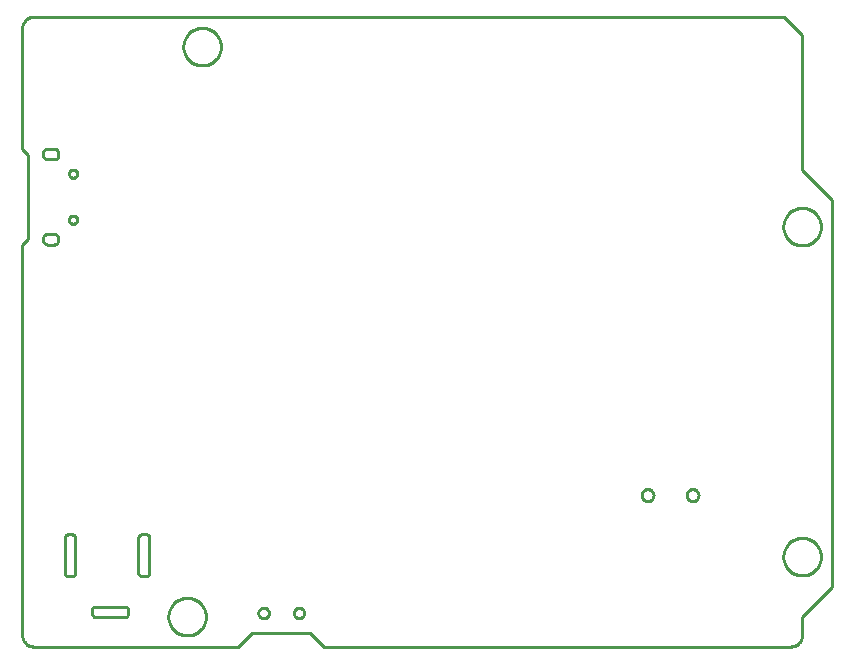
<source format=gbr>
G04 EAGLE Gerber RS-274X export*
G75*
%MOMM*%
%FSLAX34Y34*%
%LPD*%
%IN*%
%IPPOS*%
%AMOC8*
5,1,8,0,0,1.08239X$1,22.5*%
G01*
%ADD10C,0.254000*%


D10*
X-254Y158750D02*
X0Y149860D01*
X0Y10000D01*
X38Y9128D01*
X152Y8264D01*
X341Y7412D01*
X603Y6580D01*
X937Y5774D01*
X1340Y5000D01*
X1808Y4264D01*
X2340Y3572D01*
X2929Y2929D01*
X3572Y2340D01*
X4264Y1808D01*
X5000Y1340D01*
X5774Y937D01*
X6580Y603D01*
X7412Y341D01*
X8264Y152D01*
X9128Y38D01*
X10000Y0D01*
X182880Y0D01*
X194310Y11430D01*
X243840Y11430D01*
X255270Y0D01*
X650400Y0D01*
X651272Y38D01*
X652136Y152D01*
X652988Y341D01*
X653820Y603D01*
X654626Y937D01*
X655400Y1340D01*
X656136Y1808D01*
X656828Y2340D01*
X657471Y2929D01*
X658060Y3572D01*
X658592Y4264D01*
X659060Y5000D01*
X659463Y5774D01*
X659797Y6580D01*
X660059Y7412D01*
X660248Y8264D01*
X660362Y9128D01*
X660400Y10000D01*
X660400Y25400D01*
X685800Y50800D01*
X685800Y378460D01*
X660400Y403860D01*
X660400Y518160D01*
X645160Y533400D01*
X10000Y533400D01*
X9128Y533362D01*
X8264Y533248D01*
X7412Y533059D01*
X6580Y532797D01*
X5774Y532463D01*
X5000Y532060D01*
X4264Y531592D01*
X3572Y531060D01*
X2929Y530471D01*
X2340Y529828D01*
X1808Y529136D01*
X1340Y528400D01*
X937Y527626D01*
X603Y526820D01*
X341Y525988D01*
X152Y525136D01*
X38Y524272D01*
X0Y523400D01*
X0Y421640D01*
X5080Y416560D01*
X5080Y345440D01*
X0Y340360D01*
X0Y224790D01*
X-254Y208280D01*
X-254Y158750D01*
X59480Y27478D02*
X59490Y27260D01*
X59518Y27044D01*
X59565Y26831D01*
X59631Y26623D01*
X59714Y26421D01*
X59815Y26228D01*
X59932Y26044D01*
X60065Y25871D01*
X60212Y25710D01*
X60373Y25563D01*
X60546Y25430D01*
X60730Y25313D01*
X60923Y25212D01*
X61125Y25129D01*
X61333Y25063D01*
X61546Y25016D01*
X61762Y24988D01*
X61980Y24978D01*
X86980Y24978D01*
X87198Y24988D01*
X87414Y25016D01*
X87627Y25063D01*
X87835Y25129D01*
X88037Y25212D01*
X88230Y25313D01*
X88414Y25430D01*
X88587Y25563D01*
X88748Y25710D01*
X88895Y25871D01*
X89028Y26044D01*
X89145Y26228D01*
X89246Y26421D01*
X89329Y26623D01*
X89395Y26831D01*
X89442Y27044D01*
X89471Y27260D01*
X89480Y27478D01*
X89480Y31970D01*
X89438Y32175D01*
X89378Y32376D01*
X89301Y32571D01*
X89207Y32759D01*
X89097Y32937D01*
X88972Y33105D01*
X88832Y33262D01*
X88680Y33406D01*
X88516Y33536D01*
X88340Y33652D01*
X88156Y33751D01*
X87964Y33835D01*
X87765Y33901D01*
X87561Y33949D01*
X87353Y33980D01*
X87144Y33992D01*
X86934Y33986D01*
X86726Y33962D01*
X61726Y33962D01*
X61541Y33965D01*
X61356Y33952D01*
X61173Y33923D01*
X60994Y33878D01*
X60819Y33817D01*
X60650Y33742D01*
X60488Y33652D01*
X60334Y33548D01*
X60190Y33431D01*
X60057Y33302D01*
X59936Y33162D01*
X59827Y33013D01*
X59732Y32854D01*
X59651Y32687D01*
X59585Y32514D01*
X59534Y32336D01*
X59499Y32154D01*
X59480Y31970D01*
X59480Y27478D01*
X98488Y62470D02*
X98474Y62273D01*
X98478Y62076D01*
X98499Y61880D01*
X98537Y61687D01*
X98591Y61497D01*
X98662Y61313D01*
X98749Y61136D01*
X98850Y60967D01*
X98966Y60807D01*
X99096Y60659D01*
X99238Y60522D01*
X99391Y60398D01*
X99555Y60288D01*
X99727Y60192D01*
X99907Y60112D01*
X100094Y60048D01*
X100285Y60001D01*
X100480Y59970D01*
X105480Y59970D01*
X105675Y60001D01*
X105866Y60048D01*
X106053Y60112D01*
X106233Y60192D01*
X106405Y60288D01*
X106569Y60398D01*
X106722Y60522D01*
X106864Y60659D01*
X106994Y60807D01*
X107110Y60967D01*
X107212Y61136D01*
X107298Y61313D01*
X107369Y61497D01*
X107423Y61687D01*
X107461Y61880D01*
X107482Y62076D01*
X107486Y62273D01*
X107472Y62470D01*
X107472Y92470D01*
X107486Y92667D01*
X107482Y92864D01*
X107461Y93060D01*
X107423Y93254D01*
X107369Y93443D01*
X107298Y93627D01*
X107212Y93804D01*
X107110Y93973D01*
X106994Y94133D01*
X106864Y94281D01*
X106722Y94418D01*
X106569Y94542D01*
X106405Y94652D01*
X106233Y94748D01*
X106053Y94828D01*
X105866Y94892D01*
X105675Y94939D01*
X105480Y94970D01*
X100480Y94970D01*
X100285Y94939D01*
X100094Y94892D01*
X99907Y94828D01*
X99727Y94748D01*
X99555Y94652D01*
X99391Y94542D01*
X99238Y94418D01*
X99096Y94281D01*
X98966Y94133D01*
X98850Y93973D01*
X98749Y93804D01*
X98662Y93627D01*
X98591Y93443D01*
X98537Y93254D01*
X98499Y93060D01*
X98478Y92864D01*
X98474Y92667D01*
X98488Y92470D01*
X98488Y62470D01*
X35988Y62470D02*
X35998Y62252D01*
X36026Y62036D01*
X36073Y61823D01*
X36139Y61615D01*
X36222Y61413D01*
X36323Y61220D01*
X36440Y61036D01*
X36573Y60863D01*
X36720Y60702D01*
X36881Y60555D01*
X37054Y60422D01*
X37238Y60305D01*
X37431Y60204D01*
X37633Y60121D01*
X37841Y60055D01*
X38054Y60008D01*
X38270Y59980D01*
X38488Y59970D01*
X42472Y59970D01*
X42690Y59980D01*
X42906Y60008D01*
X43119Y60055D01*
X43327Y60121D01*
X43529Y60204D01*
X43722Y60305D01*
X43906Y60422D01*
X44079Y60555D01*
X44240Y60702D01*
X44387Y60863D01*
X44520Y61036D01*
X44637Y61220D01*
X44738Y61413D01*
X44821Y61615D01*
X44887Y61823D01*
X44934Y62036D01*
X44963Y62252D01*
X44972Y62470D01*
X44972Y92470D01*
X44963Y92688D01*
X44934Y92904D01*
X44887Y93117D01*
X44821Y93325D01*
X44738Y93527D01*
X44637Y93720D01*
X44520Y93904D01*
X44387Y94077D01*
X44240Y94238D01*
X44079Y94385D01*
X43906Y94518D01*
X43722Y94635D01*
X43529Y94736D01*
X43327Y94819D01*
X43119Y94885D01*
X42906Y94932D01*
X42690Y94961D01*
X42472Y94970D01*
X38488Y94970D01*
X38270Y94961D01*
X38054Y94932D01*
X37841Y94885D01*
X37633Y94819D01*
X37431Y94736D01*
X37238Y94635D01*
X37054Y94518D01*
X36881Y94385D01*
X36720Y94238D01*
X36573Y94077D01*
X36440Y93904D01*
X36323Y93720D01*
X36222Y93527D01*
X36139Y93325D01*
X36073Y93117D01*
X36026Y92904D01*
X35998Y92688D01*
X35988Y92470D01*
X35988Y62470D01*
X17680Y345000D02*
X17652Y344649D01*
X17654Y344298D01*
X17687Y343948D01*
X17750Y343602D01*
X17843Y343263D01*
X17966Y342933D01*
X18117Y342615D01*
X18294Y342312D01*
X18498Y342025D01*
X18726Y341757D01*
X18976Y341510D01*
X19247Y341286D01*
X19536Y341086D01*
X19842Y340912D01*
X20162Y340766D01*
X20493Y340648D01*
X20833Y340559D01*
X21180Y340500D01*
X27180Y340500D01*
X27527Y340559D01*
X27867Y340648D01*
X28198Y340766D01*
X28518Y340912D01*
X28824Y341086D01*
X29113Y341286D01*
X29384Y341510D01*
X29634Y341757D01*
X29862Y342025D01*
X30066Y342312D01*
X30243Y342615D01*
X30394Y342933D01*
X30517Y343263D01*
X30610Y343602D01*
X30673Y343948D01*
X30706Y344298D01*
X30708Y344649D01*
X30680Y345000D01*
X30708Y345351D01*
X30706Y345702D01*
X30673Y346052D01*
X30610Y346398D01*
X30517Y346737D01*
X30394Y347067D01*
X30243Y347385D01*
X30066Y347688D01*
X29862Y347975D01*
X29634Y348243D01*
X29384Y348490D01*
X29113Y348714D01*
X28824Y348914D01*
X28518Y349088D01*
X28198Y349234D01*
X27867Y349352D01*
X27527Y349441D01*
X27180Y349500D01*
X21180Y349500D01*
X20833Y349441D01*
X20493Y349352D01*
X20162Y349234D01*
X19842Y349088D01*
X19536Y348914D01*
X19247Y348714D01*
X18976Y348490D01*
X18726Y348243D01*
X18498Y347975D01*
X18294Y347688D01*
X18117Y347385D01*
X17966Y347067D01*
X17843Y346737D01*
X17750Y346398D01*
X17687Y346052D01*
X17654Y345702D01*
X17652Y345351D01*
X17680Y345000D01*
X17680Y416000D02*
X17716Y415674D01*
X17780Y415353D01*
X17872Y415038D01*
X17992Y414733D01*
X18137Y414439D01*
X18307Y414159D01*
X18502Y413894D01*
X18718Y413648D01*
X18955Y413422D01*
X19211Y413217D01*
X19484Y413035D01*
X19772Y412877D01*
X20072Y412746D01*
X20382Y412641D01*
X20701Y412563D01*
X21025Y412514D01*
X21352Y412492D01*
X21680Y412500D01*
X27180Y412500D01*
X27485Y412513D01*
X27788Y412553D01*
X28086Y412619D01*
X28377Y412711D01*
X28659Y412828D01*
X28930Y412969D01*
X29188Y413133D01*
X29430Y413319D01*
X29655Y413525D01*
X29861Y413750D01*
X30047Y413992D01*
X30211Y414250D01*
X30352Y414521D01*
X30469Y414803D01*
X30561Y415094D01*
X30627Y415392D01*
X30667Y415695D01*
X30680Y416000D01*
X30680Y418000D01*
X30667Y418305D01*
X30627Y418608D01*
X30561Y418906D01*
X30469Y419197D01*
X30352Y419479D01*
X30211Y419750D01*
X30047Y420008D01*
X29861Y420250D01*
X29655Y420475D01*
X29430Y420681D01*
X29188Y420867D01*
X28930Y421031D01*
X28659Y421172D01*
X28377Y421289D01*
X28086Y421381D01*
X27788Y421447D01*
X27485Y421487D01*
X27180Y421500D01*
X21680Y421500D01*
X21352Y421508D01*
X21025Y421486D01*
X20701Y421437D01*
X20382Y421359D01*
X20072Y421254D01*
X19772Y421123D01*
X19484Y420965D01*
X19211Y420783D01*
X18955Y420578D01*
X18718Y420352D01*
X18502Y420106D01*
X18307Y419842D01*
X18137Y419561D01*
X17992Y419268D01*
X17872Y418962D01*
X17780Y418647D01*
X17716Y418326D01*
X17680Y418000D01*
X17680Y416000D01*
X676275Y355080D02*
X676207Y354043D01*
X676071Y353013D01*
X675869Y351993D01*
X675600Y350989D01*
X675265Y350005D01*
X674868Y349045D01*
X674408Y348113D01*
X673888Y347212D01*
X673311Y346348D01*
X672678Y345524D01*
X671993Y344742D01*
X671258Y344007D01*
X670476Y343322D01*
X669652Y342689D01*
X668788Y342112D01*
X667887Y341592D01*
X666955Y341132D01*
X665995Y340735D01*
X665011Y340400D01*
X664007Y340131D01*
X662987Y339929D01*
X661957Y339793D01*
X660920Y339725D01*
X659880Y339725D01*
X658843Y339793D01*
X657813Y339929D01*
X656793Y340131D01*
X655789Y340400D01*
X654805Y340735D01*
X653845Y341132D01*
X652913Y341592D01*
X652012Y342112D01*
X651148Y342689D01*
X650324Y343322D01*
X649542Y344007D01*
X648807Y344742D01*
X648122Y345524D01*
X647489Y346348D01*
X646912Y347212D01*
X646392Y348113D01*
X645932Y349045D01*
X645535Y350005D01*
X645200Y350989D01*
X644931Y351993D01*
X644729Y353013D01*
X644593Y354043D01*
X644525Y355080D01*
X644525Y356120D01*
X644593Y357157D01*
X644729Y358187D01*
X644931Y359207D01*
X645200Y360211D01*
X645535Y361195D01*
X645932Y362155D01*
X646392Y363087D01*
X646912Y363988D01*
X647489Y364852D01*
X648122Y365676D01*
X648807Y366458D01*
X649542Y367193D01*
X650324Y367878D01*
X651148Y368511D01*
X652012Y369088D01*
X652913Y369608D01*
X653845Y370068D01*
X654805Y370465D01*
X655789Y370800D01*
X656793Y371069D01*
X657813Y371271D01*
X658843Y371407D01*
X659880Y371475D01*
X660920Y371475D01*
X661957Y371407D01*
X662987Y371271D01*
X664007Y371069D01*
X665011Y370800D01*
X665995Y370465D01*
X666955Y370068D01*
X667887Y369608D01*
X668788Y369088D01*
X669652Y368511D01*
X670476Y367878D01*
X671258Y367193D01*
X671993Y366458D01*
X672678Y365676D01*
X673311Y364852D01*
X673888Y363988D01*
X674408Y363087D01*
X674868Y362155D01*
X675265Y361195D01*
X675600Y360211D01*
X675869Y359207D01*
X676071Y358187D01*
X676207Y357157D01*
X676275Y356120D01*
X676275Y355080D01*
X676275Y75680D02*
X676207Y74643D01*
X676071Y73613D01*
X675869Y72593D01*
X675600Y71589D01*
X675265Y70605D01*
X674868Y69645D01*
X674408Y68713D01*
X673888Y67812D01*
X673311Y66948D01*
X672678Y66124D01*
X671993Y65342D01*
X671258Y64607D01*
X670476Y63922D01*
X669652Y63289D01*
X668788Y62712D01*
X667887Y62192D01*
X666955Y61732D01*
X665995Y61335D01*
X665011Y61000D01*
X664007Y60731D01*
X662987Y60529D01*
X661957Y60393D01*
X660920Y60325D01*
X659880Y60325D01*
X658843Y60393D01*
X657813Y60529D01*
X656793Y60731D01*
X655789Y61000D01*
X654805Y61335D01*
X653845Y61732D01*
X652913Y62192D01*
X652012Y62712D01*
X651148Y63289D01*
X650324Y63922D01*
X649542Y64607D01*
X648807Y65342D01*
X648122Y66124D01*
X647489Y66948D01*
X646912Y67812D01*
X646392Y68713D01*
X645932Y69645D01*
X645535Y70605D01*
X645200Y71589D01*
X644931Y72593D01*
X644729Y73613D01*
X644593Y74643D01*
X644525Y75680D01*
X644525Y76720D01*
X644593Y77757D01*
X644729Y78787D01*
X644931Y79807D01*
X645200Y80811D01*
X645535Y81795D01*
X645932Y82755D01*
X646392Y83687D01*
X646912Y84588D01*
X647489Y85452D01*
X648122Y86276D01*
X648807Y87058D01*
X649542Y87793D01*
X650324Y88478D01*
X651148Y89111D01*
X652012Y89688D01*
X652913Y90208D01*
X653845Y90668D01*
X654805Y91065D01*
X655789Y91400D01*
X656793Y91669D01*
X657813Y91871D01*
X658843Y92007D01*
X659880Y92075D01*
X660920Y92075D01*
X661957Y92007D01*
X662987Y91871D01*
X664007Y91669D01*
X665011Y91400D01*
X665995Y91065D01*
X666955Y90668D01*
X667887Y90208D01*
X668788Y89688D01*
X669652Y89111D01*
X670476Y88478D01*
X671258Y87793D01*
X671993Y87058D01*
X672678Y86276D01*
X673311Y85452D01*
X673888Y84588D01*
X674408Y83687D01*
X674868Y82755D01*
X675265Y81795D01*
X675600Y80811D01*
X675869Y79807D01*
X676071Y78787D01*
X676207Y77757D01*
X676275Y76720D01*
X676275Y75680D01*
X168275Y507480D02*
X168207Y506443D01*
X168071Y505413D01*
X167869Y504393D01*
X167600Y503389D01*
X167265Y502405D01*
X166868Y501445D01*
X166408Y500513D01*
X165888Y499612D01*
X165311Y498748D01*
X164678Y497924D01*
X163993Y497142D01*
X163258Y496407D01*
X162476Y495722D01*
X161652Y495089D01*
X160788Y494512D01*
X159887Y493992D01*
X158955Y493532D01*
X157995Y493135D01*
X157011Y492800D01*
X156007Y492531D01*
X154987Y492329D01*
X153957Y492193D01*
X152920Y492125D01*
X151880Y492125D01*
X150843Y492193D01*
X149813Y492329D01*
X148793Y492531D01*
X147789Y492800D01*
X146805Y493135D01*
X145845Y493532D01*
X144913Y493992D01*
X144012Y494512D01*
X143148Y495089D01*
X142324Y495722D01*
X141542Y496407D01*
X140807Y497142D01*
X140122Y497924D01*
X139489Y498748D01*
X138912Y499612D01*
X138392Y500513D01*
X137932Y501445D01*
X137535Y502405D01*
X137200Y503389D01*
X136931Y504393D01*
X136729Y505413D01*
X136593Y506443D01*
X136525Y507480D01*
X136525Y508520D01*
X136593Y509557D01*
X136729Y510587D01*
X136931Y511607D01*
X137200Y512611D01*
X137535Y513595D01*
X137932Y514555D01*
X138392Y515487D01*
X138912Y516388D01*
X139489Y517252D01*
X140122Y518076D01*
X140807Y518858D01*
X141542Y519593D01*
X142324Y520278D01*
X143148Y520911D01*
X144012Y521488D01*
X144913Y522008D01*
X145845Y522468D01*
X146805Y522865D01*
X147789Y523200D01*
X148793Y523469D01*
X149813Y523671D01*
X150843Y523807D01*
X151880Y523875D01*
X152920Y523875D01*
X153957Y523807D01*
X154987Y523671D01*
X156007Y523469D01*
X157011Y523200D01*
X157995Y522865D01*
X158955Y522468D01*
X159887Y522008D01*
X160788Y521488D01*
X161652Y520911D01*
X162476Y520278D01*
X163258Y519593D01*
X163993Y518858D01*
X164678Y518076D01*
X165311Y517252D01*
X165888Y516388D01*
X166408Y515487D01*
X166868Y514555D01*
X167265Y513595D01*
X167600Y512611D01*
X167869Y511607D01*
X168071Y510587D01*
X168207Y509557D01*
X168275Y508520D01*
X168275Y507480D01*
X155575Y24880D02*
X155507Y23843D01*
X155371Y22813D01*
X155169Y21793D01*
X154900Y20789D01*
X154565Y19805D01*
X154168Y18845D01*
X153708Y17913D01*
X153188Y17012D01*
X152611Y16148D01*
X151978Y15324D01*
X151293Y14542D01*
X150558Y13807D01*
X149776Y13122D01*
X148952Y12489D01*
X148088Y11912D01*
X147187Y11392D01*
X146255Y10932D01*
X145295Y10535D01*
X144311Y10200D01*
X143307Y9931D01*
X142287Y9729D01*
X141257Y9593D01*
X140220Y9525D01*
X139180Y9525D01*
X138143Y9593D01*
X137113Y9729D01*
X136093Y9931D01*
X135089Y10200D01*
X134105Y10535D01*
X133145Y10932D01*
X132213Y11392D01*
X131312Y11912D01*
X130448Y12489D01*
X129624Y13122D01*
X128842Y13807D01*
X128107Y14542D01*
X127422Y15324D01*
X126789Y16148D01*
X126212Y17012D01*
X125692Y17913D01*
X125232Y18845D01*
X124835Y19805D01*
X124500Y20789D01*
X124231Y21793D01*
X124029Y22813D01*
X123893Y23843D01*
X123825Y24880D01*
X123825Y25920D01*
X123893Y26957D01*
X124029Y27987D01*
X124231Y29007D01*
X124500Y30011D01*
X124835Y30995D01*
X125232Y31955D01*
X125692Y32887D01*
X126212Y33788D01*
X126789Y34652D01*
X127422Y35476D01*
X128107Y36258D01*
X128842Y36993D01*
X129624Y37678D01*
X130448Y38311D01*
X131312Y38888D01*
X132213Y39408D01*
X133145Y39868D01*
X134105Y40265D01*
X135089Y40600D01*
X136093Y40869D01*
X137113Y41071D01*
X138143Y41207D01*
X139180Y41275D01*
X140220Y41275D01*
X141257Y41207D01*
X142287Y41071D01*
X143307Y40869D01*
X144311Y40600D01*
X145295Y40265D01*
X146255Y39868D01*
X147187Y39408D01*
X148088Y38888D01*
X148952Y38311D01*
X149776Y37678D01*
X150558Y36993D01*
X151293Y36258D01*
X151978Y35476D01*
X152611Y34652D01*
X153188Y33788D01*
X153708Y32887D01*
X154168Y31955D01*
X154565Y30995D01*
X154900Y30011D01*
X155169Y29007D01*
X155371Y27987D01*
X155507Y26957D01*
X155575Y25920D01*
X155575Y24880D01*
X42951Y397000D02*
X42496Y397060D01*
X42053Y397179D01*
X41629Y397354D01*
X41231Y397584D01*
X40867Y397863D01*
X40543Y398187D01*
X40264Y398551D01*
X40034Y398949D01*
X39859Y399373D01*
X39740Y399816D01*
X39680Y400271D01*
X39680Y400729D01*
X39740Y401184D01*
X39859Y401627D01*
X40034Y402051D01*
X40264Y402449D01*
X40543Y402813D01*
X40867Y403137D01*
X41231Y403416D01*
X41629Y403646D01*
X42053Y403821D01*
X42496Y403940D01*
X42951Y404000D01*
X43409Y404000D01*
X43864Y403940D01*
X44307Y403821D01*
X44731Y403646D01*
X45129Y403416D01*
X45493Y403137D01*
X45817Y402813D01*
X46096Y402449D01*
X46326Y402051D01*
X46501Y401627D01*
X46620Y401184D01*
X46680Y400729D01*
X46680Y400271D01*
X46620Y399816D01*
X46501Y399373D01*
X46326Y398949D01*
X46096Y398551D01*
X45817Y398187D01*
X45493Y397863D01*
X45129Y397584D01*
X44731Y397354D01*
X44307Y397179D01*
X43864Y397060D01*
X43409Y397000D01*
X42951Y397000D01*
X42951Y358000D02*
X42496Y358060D01*
X42053Y358179D01*
X41629Y358354D01*
X41231Y358584D01*
X40867Y358863D01*
X40543Y359187D01*
X40264Y359551D01*
X40034Y359949D01*
X39859Y360373D01*
X39740Y360816D01*
X39680Y361271D01*
X39680Y361729D01*
X39740Y362184D01*
X39859Y362627D01*
X40034Y363051D01*
X40264Y363449D01*
X40543Y363813D01*
X40867Y364137D01*
X41231Y364416D01*
X41629Y364646D01*
X42053Y364821D01*
X42496Y364940D01*
X42951Y365000D01*
X43409Y365000D01*
X43864Y364940D01*
X44307Y364821D01*
X44731Y364646D01*
X45129Y364416D01*
X45493Y364137D01*
X45817Y363813D01*
X46096Y363449D01*
X46326Y363051D01*
X46501Y362627D01*
X46620Y362184D01*
X46680Y361729D01*
X46680Y361271D01*
X46620Y360816D01*
X46501Y360373D01*
X46326Y359949D01*
X46096Y359551D01*
X45817Y359187D01*
X45493Y358863D01*
X45129Y358584D01*
X44731Y358354D01*
X44307Y358179D01*
X43864Y358060D01*
X43409Y358000D01*
X42951Y358000D01*
X534590Y127989D02*
X534527Y127431D01*
X534402Y126884D01*
X534217Y126354D01*
X533973Y125848D01*
X533674Y125372D01*
X533324Y124933D01*
X532927Y124536D01*
X532488Y124186D01*
X532012Y123887D01*
X531506Y123643D01*
X530976Y123458D01*
X530429Y123333D01*
X529871Y123270D01*
X529309Y123270D01*
X528751Y123333D01*
X528204Y123458D01*
X527674Y123643D01*
X527168Y123887D01*
X526692Y124186D01*
X526253Y124536D01*
X525856Y124933D01*
X525506Y125372D01*
X525207Y125848D01*
X524963Y126354D01*
X524778Y126884D01*
X524653Y127431D01*
X524590Y127989D01*
X524590Y128551D01*
X524653Y129109D01*
X524778Y129656D01*
X524963Y130186D01*
X525207Y130692D01*
X525506Y131168D01*
X525856Y131607D01*
X526253Y132004D01*
X526692Y132354D01*
X527168Y132653D01*
X527674Y132897D01*
X528204Y133082D01*
X528751Y133207D01*
X529309Y133270D01*
X529871Y133270D01*
X530429Y133207D01*
X530976Y133082D01*
X531506Y132897D01*
X532012Y132653D01*
X532488Y132354D01*
X532927Y132004D01*
X533324Y131607D01*
X533674Y131168D01*
X533973Y130692D01*
X534217Y130186D01*
X534402Y129656D01*
X534527Y129109D01*
X534590Y128551D01*
X534590Y127989D01*
X572690Y127989D02*
X572627Y127431D01*
X572502Y126884D01*
X572317Y126354D01*
X572073Y125848D01*
X571774Y125372D01*
X571424Y124933D01*
X571027Y124536D01*
X570588Y124186D01*
X570112Y123887D01*
X569606Y123643D01*
X569076Y123458D01*
X568529Y123333D01*
X567971Y123270D01*
X567409Y123270D01*
X566851Y123333D01*
X566304Y123458D01*
X565774Y123643D01*
X565268Y123887D01*
X564792Y124186D01*
X564353Y124536D01*
X563956Y124933D01*
X563606Y125372D01*
X563307Y125848D01*
X563063Y126354D01*
X562878Y126884D01*
X562753Y127431D01*
X562690Y127989D01*
X562690Y128551D01*
X562753Y129109D01*
X562878Y129656D01*
X563063Y130186D01*
X563307Y130692D01*
X563606Y131168D01*
X563956Y131607D01*
X564353Y132004D01*
X564792Y132354D01*
X565268Y132653D01*
X565774Y132897D01*
X566304Y133082D01*
X566851Y133207D01*
X567409Y133270D01*
X567971Y133270D01*
X568529Y133207D01*
X569076Y133082D01*
X569606Y132897D01*
X570112Y132653D01*
X570588Y132354D01*
X571027Y132004D01*
X571424Y131607D01*
X571774Y131168D01*
X572073Y130692D01*
X572317Y130186D01*
X572502Y129656D01*
X572627Y129109D01*
X572690Y128551D01*
X572690Y127989D01*
X208956Y28153D02*
X208879Y27568D01*
X208726Y26998D01*
X208501Y26453D01*
X208206Y25943D01*
X207847Y25475D01*
X207429Y25057D01*
X206961Y24698D01*
X206451Y24403D01*
X205906Y24178D01*
X205336Y24025D01*
X204751Y23948D01*
X204161Y23948D01*
X203576Y24025D01*
X203006Y24178D01*
X202461Y24403D01*
X201951Y24698D01*
X201483Y25057D01*
X201065Y25475D01*
X200706Y25943D01*
X200411Y26453D01*
X200186Y26998D01*
X200033Y27568D01*
X199956Y28153D01*
X199956Y28743D01*
X200033Y29328D01*
X200186Y29898D01*
X200411Y30443D01*
X200706Y30953D01*
X201065Y31421D01*
X201483Y31839D01*
X201951Y32198D01*
X202461Y32493D01*
X203006Y32718D01*
X203576Y32871D01*
X204161Y32948D01*
X204751Y32948D01*
X205336Y32871D01*
X205906Y32718D01*
X206451Y32493D01*
X206961Y32198D01*
X207429Y31839D01*
X207847Y31421D01*
X208206Y30953D01*
X208501Y30443D01*
X208726Y29898D01*
X208879Y29328D01*
X208956Y28743D01*
X208956Y28153D01*
X238956Y28153D02*
X238879Y27568D01*
X238726Y26998D01*
X238501Y26453D01*
X238206Y25943D01*
X237847Y25475D01*
X237429Y25057D01*
X236961Y24698D01*
X236451Y24403D01*
X235906Y24178D01*
X235336Y24025D01*
X234751Y23948D01*
X234161Y23948D01*
X233576Y24025D01*
X233006Y24178D01*
X232461Y24403D01*
X231951Y24698D01*
X231483Y25057D01*
X231065Y25475D01*
X230706Y25943D01*
X230411Y26453D01*
X230186Y26998D01*
X230033Y27568D01*
X229956Y28153D01*
X229956Y28743D01*
X230033Y29328D01*
X230186Y29898D01*
X230411Y30443D01*
X230706Y30953D01*
X231065Y31421D01*
X231483Y31839D01*
X231951Y32198D01*
X232461Y32493D01*
X233006Y32718D01*
X233576Y32871D01*
X234161Y32948D01*
X234751Y32948D01*
X235336Y32871D01*
X235906Y32718D01*
X236451Y32493D01*
X236961Y32198D01*
X237429Y31839D01*
X237847Y31421D01*
X238206Y30953D01*
X238501Y30443D01*
X238726Y29898D01*
X238879Y29328D01*
X238956Y28743D01*
X238956Y28153D01*
M02*

</source>
